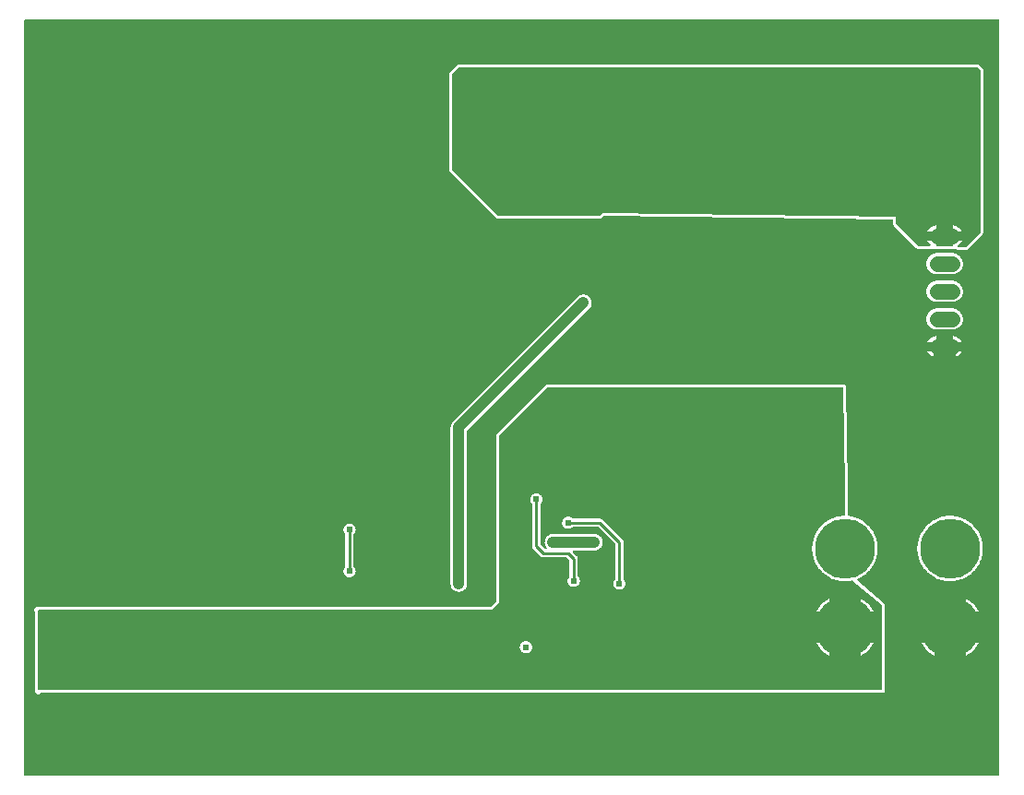
<source format=gbl>
G04 Layer: BottomLayer*
G04 EasyEDA v6.4.17, 2021-02-25T19:03:03+01:00*
G04 6c0f4fe36ed64f8eba938430e6b1039c,39d5087fc9724a43abff86b671d546b8,10*
G04 Gerber Generator version 0.2*
G04 Scale: 100 percent, Rotated: No, Reflected: No *
G04 Dimensions in millimeters *
G04 leading zeros omitted , absolute positions ,4 integer and 5 decimal *
%FSLAX45Y45*%
%MOMM*%

%ADD10C,0.2540*%
%ADD11C,2.0000*%
%ADD12C,1.0000*%
%ADD16C,0.6096*%
%ADD24C,5.4991*%
%ADD25C,1.4224*%

%LPD*%
G36*
X35814Y-6974331D02*
G01*
X32969Y-6973925D01*
X30327Y-6972757D01*
X28143Y-6970826D01*
X26568Y-6968388D01*
X25755Y-6965645D01*
X25654Y-35814D01*
X26060Y-32969D01*
X27279Y-30327D01*
X29159Y-28143D01*
X31597Y-26568D01*
X34391Y-25755D01*
X8964168Y-25654D01*
X8967063Y-26060D01*
X8969654Y-27279D01*
X8971838Y-29159D01*
X8972753Y-30327D01*
X8973921Y-32969D01*
X8974328Y-35814D01*
X8974226Y-6965645D01*
X8973413Y-6968388D01*
X8972753Y-6969658D01*
X8970822Y-6971842D01*
X8969654Y-6972757D01*
X8967063Y-6973925D01*
X8964168Y-6974331D01*
G37*

%LPC*%
G36*
X152400Y-6223254D02*
G01*
X154889Y-6223152D01*
X159867Y-6222136D01*
X162204Y-6221323D01*
X166674Y-6218936D01*
X170535Y-6215735D01*
X173939Y-6212484D01*
X176784Y-6211062D01*
X178358Y-6210655D01*
X7901787Y-6210452D01*
X7906410Y-6209588D01*
X7910830Y-6207861D01*
X7914843Y-6205372D01*
X7918348Y-6202172D01*
X7921193Y-6198412D01*
X7923326Y-6194145D01*
X7924088Y-6191910D01*
X7924952Y-6187287D01*
X7925053Y-5410200D01*
X7924596Y-5405272D01*
X7923174Y-5400598D01*
X7922158Y-5398312D01*
X7919466Y-5394198D01*
X7916011Y-5390692D01*
X7667701Y-5178958D01*
X7666075Y-5176520D01*
X7665262Y-5173726D01*
X7665262Y-5170779D01*
X7665567Y-5169306D01*
X7666888Y-5166614D01*
X7668869Y-5164429D01*
X7671409Y-5162854D01*
X7685836Y-5156454D01*
X7699857Y-5149342D01*
X7713472Y-5141468D01*
X7726680Y-5132882D01*
X7739430Y-5123637D01*
X7751673Y-5113731D01*
X7763357Y-5103215D01*
X7774482Y-5092090D01*
X7785049Y-5080406D01*
X7794955Y-5068163D01*
X7804200Y-5055412D01*
X7812786Y-5042204D01*
X7820659Y-5028590D01*
X7827822Y-5014569D01*
X7834223Y-5000193D01*
X7839862Y-4985461D01*
X7844739Y-4970526D01*
X7848803Y-4955286D01*
X7852054Y-4939893D01*
X7853425Y-4932172D01*
X7855458Y-4916525D01*
X7856677Y-4900828D01*
X7857134Y-4885131D01*
X7856981Y-4877155D01*
X7856169Y-4861255D01*
X7854492Y-4845456D01*
X7851952Y-4829759D01*
X7848600Y-4814214D01*
X7846669Y-4806492D01*
X7842097Y-4791252D01*
X7836712Y-4776266D01*
X7830566Y-4761585D01*
X7823657Y-4747260D01*
X7815986Y-4733340D01*
X7807604Y-4719828D01*
X7798511Y-4706772D01*
X7788757Y-4694224D01*
X7783626Y-4688128D01*
X7772857Y-4676394D01*
X7761528Y-4665268D01*
X7749590Y-4654702D01*
X7737144Y-4644847D01*
X7724190Y-4635601D01*
X7710779Y-4627118D01*
X7696911Y-4619294D01*
X7682636Y-4612233D01*
X7668006Y-4605934D01*
X7653121Y-4600448D01*
X7637932Y-4595723D01*
X7622489Y-4591812D01*
X7606893Y-4588764D01*
X7589672Y-4586224D01*
X7586980Y-4585055D01*
X7584744Y-4583176D01*
X7583119Y-4580686D01*
X7582560Y-4579315D01*
X7582153Y-4576419D01*
X7582153Y-4330344D01*
X7569301Y-3400907D01*
X7568387Y-3396284D01*
X7566659Y-3391966D01*
X7564170Y-3387953D01*
X7560970Y-3384550D01*
X7557211Y-3381705D01*
X7552994Y-3379673D01*
X7548473Y-3378352D01*
X7543800Y-3377946D01*
X4823510Y-3378047D01*
X4818532Y-3379063D01*
X4816195Y-3379876D01*
X4811725Y-3382264D01*
X4807864Y-3385464D01*
X4363364Y-3829964D01*
X4360164Y-3833825D01*
X4357776Y-3838295D01*
X4356354Y-3843070D01*
X4355947Y-3845610D01*
X4355744Y-5371541D01*
X4354728Y-5374589D01*
X4353915Y-5375960D01*
X4309160Y-5420715D01*
X4306316Y-5422138D01*
X4304741Y-5422544D01*
X137312Y-5422747D01*
X132689Y-5423611D01*
X128270Y-5425338D01*
X124256Y-5427827D01*
X120751Y-5431028D01*
X117906Y-5434787D01*
X115773Y-5439054D01*
X115011Y-5441289D01*
X114147Y-5445912D01*
X114147Y-5450789D01*
X115163Y-5455767D01*
X115976Y-5458104D01*
X118364Y-5462574D01*
X121564Y-5466435D01*
X124815Y-5469839D01*
X126237Y-5472684D01*
X126644Y-5474258D01*
X126847Y-6199987D01*
X127711Y-6204610D01*
X129438Y-6209030D01*
X131927Y-6213043D01*
X135128Y-6216548D01*
X138887Y-6219393D01*
X143154Y-6221526D01*
X145389Y-6222288D01*
X150012Y-6223152D01*
G37*
G36*
X8377885Y-5869076D02*
G01*
X8377885Y-5748934D01*
X8257743Y-5748934D01*
X8265566Y-5762447D01*
X8274100Y-5775604D01*
X8283346Y-5788253D01*
X8293201Y-5800394D01*
X8303666Y-5812028D01*
X8314740Y-5823102D01*
X8326374Y-5833618D01*
X8338566Y-5843473D01*
X8351215Y-5852668D01*
X8364321Y-5861202D01*
G37*
G36*
X8665514Y-5869076D02*
G01*
X8679078Y-5861202D01*
X8692184Y-5852668D01*
X8704834Y-5843473D01*
X8717026Y-5833618D01*
X8728659Y-5823102D01*
X8739733Y-5812028D01*
X8750198Y-5800394D01*
X8760053Y-5788253D01*
X8769299Y-5775604D01*
X8777833Y-5762447D01*
X8785656Y-5748934D01*
X8665514Y-5748934D01*
G37*
G36*
X8257743Y-5461254D02*
G01*
X8377885Y-5461254D01*
X8377885Y-5341112D01*
X8364321Y-5348986D01*
X8351215Y-5357520D01*
X8338566Y-5366715D01*
X8326374Y-5376570D01*
X8314740Y-5387086D01*
X8303666Y-5398160D01*
X8293201Y-5409793D01*
X8283346Y-5421934D01*
X8274100Y-5434584D01*
X8265566Y-5447741D01*
G37*
G36*
X8665514Y-5461254D02*
G01*
X8785656Y-5461254D01*
X8777833Y-5447741D01*
X8769299Y-5434584D01*
X8760053Y-5421934D01*
X8750198Y-5409793D01*
X8739733Y-5398160D01*
X8728659Y-5387086D01*
X8717026Y-5376570D01*
X8704834Y-5366715D01*
X8692184Y-5357520D01*
X8679078Y-5348986D01*
X8665514Y-5341112D01*
G37*
G36*
X4013200Y-5282641D02*
G01*
X4021124Y-5282234D01*
X4028948Y-5281015D01*
X4036568Y-5278932D01*
X4043984Y-5276088D01*
X4051046Y-5272532D01*
X4057650Y-5268214D01*
X4063847Y-5263235D01*
X4069435Y-5257647D01*
X4074414Y-5251450D01*
X4078732Y-5244846D01*
X4082287Y-5237784D01*
X4085132Y-5230368D01*
X4087215Y-5222748D01*
X4088434Y-5214924D01*
X4088841Y-5207000D01*
X4088841Y-3807460D01*
X4089349Y-3804310D01*
X4090771Y-3801465D01*
X5212435Y-2679547D01*
X5217414Y-2673350D01*
X5221732Y-2666746D01*
X5225288Y-2659684D01*
X5228132Y-2652268D01*
X5230215Y-2644648D01*
X5231434Y-2636824D01*
X5231841Y-2628900D01*
X5231434Y-2620975D01*
X5230215Y-2613152D01*
X5228132Y-2605532D01*
X5225288Y-2598115D01*
X5221732Y-2591054D01*
X5217414Y-2584450D01*
X5212435Y-2578252D01*
X5206847Y-2572664D01*
X5200650Y-2567686D01*
X5194046Y-2563368D01*
X5186984Y-2559812D01*
X5179568Y-2556967D01*
X5171948Y-2554884D01*
X5164124Y-2553665D01*
X5156200Y-2553258D01*
X5148275Y-2553665D01*
X5140452Y-2554884D01*
X5132832Y-2556967D01*
X5125415Y-2559812D01*
X5118354Y-2563368D01*
X5111750Y-2567686D01*
X5105552Y-2572664D01*
X3956964Y-3721252D01*
X3951986Y-3727450D01*
X3947668Y-3734054D01*
X3944112Y-3741115D01*
X3941267Y-3748532D01*
X3939184Y-3756151D01*
X3937965Y-3763975D01*
X3937558Y-3771900D01*
X3937660Y-5210962D01*
X3938473Y-5218836D01*
X3940098Y-5226558D01*
X3942587Y-5234127D01*
X3945788Y-5241340D01*
X3949750Y-5248198D01*
X3954424Y-5254599D01*
X3956964Y-5257647D01*
X3962552Y-5263235D01*
X3968750Y-5268214D01*
X3975354Y-5272532D01*
X3982415Y-5276088D01*
X3989832Y-5278932D01*
X3997451Y-5281015D01*
X4005275Y-5282234D01*
G37*
G36*
X8521700Y-5185714D02*
G01*
X8537448Y-5185308D01*
X8553145Y-5184089D01*
X8568740Y-5182006D01*
X8584184Y-5179161D01*
X8599525Y-5175453D01*
X8614613Y-5170982D01*
X8629446Y-5165750D01*
X8636762Y-5162854D01*
X8651138Y-5156454D01*
X8665159Y-5149291D01*
X8678773Y-5141417D01*
X8691981Y-5132832D01*
X8704681Y-5123586D01*
X8716924Y-5113680D01*
X8728608Y-5103164D01*
X8739733Y-5092039D01*
X8750300Y-5080355D01*
X8760206Y-5068112D01*
X8769451Y-5055362D01*
X8777986Y-5042154D01*
X8782050Y-5035397D01*
X8789568Y-5021580D01*
X8796324Y-5007356D01*
X8802319Y-4992827D01*
X8807602Y-4977993D01*
X8812072Y-4962906D01*
X8815730Y-4947615D01*
X8818626Y-4932121D01*
X8820658Y-4916525D01*
X8821877Y-4900828D01*
X8822334Y-4885131D01*
X8821877Y-4869383D01*
X8820658Y-4853686D01*
X8818626Y-4838090D01*
X8815730Y-4822596D01*
X8812072Y-4807305D01*
X8807602Y-4792218D01*
X8802319Y-4777384D01*
X8796324Y-4762855D01*
X8789568Y-4748631D01*
X8782050Y-4734814D01*
X8773820Y-4721402D01*
X8764879Y-4708398D01*
X8755329Y-4695901D01*
X8745118Y-4683963D01*
X8734247Y-4672533D01*
X8722868Y-4661712D01*
X8710879Y-4651502D01*
X8698382Y-4641900D01*
X8685428Y-4633010D01*
X8672017Y-4624781D01*
X8658148Y-4617262D01*
X8651138Y-4613757D01*
X8636762Y-4607356D01*
X8622030Y-4601718D01*
X8607094Y-4596892D01*
X8591854Y-4592828D01*
X8584184Y-4591050D01*
X8568740Y-4588205D01*
X8553145Y-4586122D01*
X8537448Y-4584903D01*
X8521700Y-4584496D01*
X8505952Y-4584903D01*
X8490254Y-4586122D01*
X8474659Y-4588205D01*
X8459216Y-4591050D01*
X8443874Y-4594758D01*
X8428786Y-4599228D01*
X8413953Y-4604461D01*
X8406638Y-4607356D01*
X8392261Y-4613757D01*
X8378240Y-4620920D01*
X8364626Y-4628794D01*
X8351418Y-4637379D01*
X8338718Y-4646625D01*
X8326475Y-4656531D01*
X8314791Y-4667046D01*
X8303666Y-4678172D01*
X8293100Y-4689856D01*
X8283194Y-4702098D01*
X8273948Y-4714849D01*
X8265414Y-4728057D01*
X8261350Y-4734814D01*
X8253831Y-4748631D01*
X8247075Y-4762855D01*
X8241080Y-4777384D01*
X8235797Y-4792218D01*
X8231327Y-4807305D01*
X8227669Y-4822596D01*
X8224774Y-4838090D01*
X8222742Y-4853686D01*
X8221522Y-4869383D01*
X8221116Y-4885131D01*
X8221522Y-4900828D01*
X8222742Y-4916525D01*
X8224774Y-4932121D01*
X8227669Y-4947615D01*
X8231327Y-4962906D01*
X8235797Y-4977993D01*
X8241080Y-4992827D01*
X8247075Y-5007356D01*
X8253831Y-5021580D01*
X8261350Y-5035397D01*
X8269579Y-5048808D01*
X8278520Y-5061813D01*
X8288070Y-5074310D01*
X8298281Y-5086248D01*
X8309152Y-5097678D01*
X8320531Y-5108498D01*
X8332520Y-5118709D01*
X8345017Y-5128310D01*
X8357971Y-5137200D01*
X8371382Y-5145430D01*
X8385251Y-5152948D01*
X8392261Y-5156454D01*
X8406638Y-5162854D01*
X8421370Y-5168493D01*
X8436305Y-5173319D01*
X8451545Y-5177383D01*
X8459216Y-5179161D01*
X8474659Y-5182006D01*
X8490254Y-5184089D01*
X8505952Y-5185308D01*
G37*
G36*
X3009900Y-5148834D02*
G01*
X3016656Y-5148427D01*
X3023311Y-5147208D01*
X3029813Y-5145176D01*
X3032963Y-5143906D01*
X3038957Y-5140756D01*
X3044494Y-5136896D01*
X3049574Y-5132374D01*
X3054096Y-5127294D01*
X3057956Y-5121757D01*
X3061106Y-5115763D01*
X3063494Y-5109413D01*
X3065119Y-5102809D01*
X3065932Y-5096103D01*
X3065932Y-5089194D01*
X3065068Y-5082235D01*
X3063341Y-5075428D01*
X3060750Y-5068925D01*
X3057398Y-5062778D01*
X3053283Y-5057089D01*
X3050032Y-5053279D01*
X3048711Y-5050536D01*
X3048355Y-5049062D01*
X3048355Y-4755337D01*
X3049270Y-4752441D01*
X3050997Y-4749952D01*
X3055416Y-4744516D01*
X3059176Y-4738624D01*
X3062122Y-4732274D01*
X3063341Y-4728972D01*
X3065068Y-4722164D01*
X3065932Y-4715205D01*
X3065932Y-4708296D01*
X3065119Y-4701590D01*
X3063494Y-4694986D01*
X3061106Y-4688636D01*
X3057956Y-4682642D01*
X3054096Y-4677105D01*
X3049574Y-4672025D01*
X3044494Y-4667504D01*
X3038957Y-4663643D01*
X3032963Y-4660493D01*
X3026613Y-4658106D01*
X3020009Y-4656480D01*
X3013303Y-4655667D01*
X3006496Y-4655667D01*
X2999790Y-4656480D01*
X2993186Y-4658106D01*
X2986836Y-4660493D01*
X2980842Y-4663643D01*
X2975305Y-4667504D01*
X2970225Y-4672025D01*
X2965704Y-4677105D01*
X2961843Y-4682642D01*
X2958693Y-4688636D01*
X2956306Y-4694986D01*
X2954680Y-4701590D01*
X2953867Y-4708296D01*
X2953867Y-4715205D01*
X2954731Y-4722164D01*
X2956458Y-4728972D01*
X2959049Y-4735474D01*
X2962402Y-4741621D01*
X2966516Y-4747310D01*
X2969768Y-4751120D01*
X2971088Y-4753864D01*
X2971444Y-4755337D01*
X2971444Y-5049062D01*
X2970530Y-5051958D01*
X2968802Y-5054447D01*
X2964383Y-5059883D01*
X2960624Y-5065776D01*
X2957677Y-5072126D01*
X2956458Y-5075428D01*
X2954731Y-5082235D01*
X2953867Y-5089194D01*
X2953867Y-5096103D01*
X2954680Y-5102809D01*
X2956306Y-5109413D01*
X2958693Y-5115763D01*
X2961843Y-5121757D01*
X2965704Y-5127294D01*
X2970225Y-5132374D01*
X2975305Y-5136896D01*
X2980842Y-5140756D01*
X2986836Y-5143906D01*
X2993186Y-5146294D01*
X2999790Y-5147919D01*
X3006496Y-5148732D01*
G37*
G36*
X8393430Y-3127146D02*
G01*
X8393430Y-3072536D01*
X8312556Y-3072536D01*
X8316772Y-3080359D01*
X8321700Y-3087776D01*
X8327237Y-3094685D01*
X8333435Y-3101086D01*
X8340191Y-3106877D01*
X8347456Y-3112008D01*
X8355126Y-3116478D01*
X8363203Y-3120186D01*
X8367369Y-3121812D01*
X8375903Y-3124352D01*
X8384590Y-3126181D01*
G37*
G36*
X8548370Y-3127146D02*
G01*
X8557209Y-3126181D01*
X8565896Y-3124352D01*
X8574430Y-3121812D01*
X8582660Y-3118408D01*
X8590534Y-3114344D01*
X8598052Y-3109518D01*
X8605062Y-3104032D01*
X8611514Y-3097936D01*
X8617407Y-3091281D01*
X8622639Y-3084118D01*
X8627211Y-3076498D01*
X8629243Y-3072536D01*
X8548370Y-3072536D01*
G37*
G36*
X8312556Y-2988716D02*
G01*
X8393430Y-2988716D01*
X8393430Y-2934055D01*
X8384590Y-2935020D01*
X8375903Y-2936849D01*
X8367369Y-2939389D01*
X8359140Y-2942793D01*
X8351266Y-2946857D01*
X8343747Y-2951683D01*
X8336737Y-2957169D01*
X8330285Y-2963265D01*
X8324392Y-2969920D01*
X8319160Y-2977083D01*
X8314588Y-2984703D01*
G37*
G36*
X8548370Y-2988716D02*
G01*
X8629243Y-2988716D01*
X8625027Y-2980842D01*
X8620099Y-2973425D01*
X8614562Y-2966516D01*
X8608364Y-2960116D01*
X8601608Y-2954324D01*
X8594344Y-2949194D01*
X8586673Y-2944723D01*
X8578596Y-2941015D01*
X8574430Y-2939389D01*
X8565896Y-2936849D01*
X8557209Y-2935020D01*
X8548370Y-2934055D01*
G37*
G36*
X8399780Y-2873400D02*
G01*
X8542020Y-2873400D01*
X8550960Y-2872943D01*
X8559800Y-2871724D01*
X8568486Y-2869692D01*
X8576970Y-2866847D01*
X8585149Y-2863240D01*
X8592972Y-2858871D01*
X8600338Y-2853842D01*
X8607196Y-2848102D01*
X8613546Y-2841802D01*
X8619236Y-2834944D01*
X8624316Y-2827528D01*
X8628634Y-2819755D01*
X8632240Y-2811576D01*
X8635085Y-2803093D01*
X8637168Y-2794406D01*
X8638387Y-2785516D01*
X8638794Y-2776626D01*
X8638387Y-2767685D01*
X8637168Y-2758795D01*
X8635085Y-2750108D01*
X8632240Y-2741625D01*
X8628634Y-2733446D01*
X8624316Y-2725674D01*
X8619236Y-2718257D01*
X8613546Y-2711399D01*
X8607196Y-2705100D01*
X8600338Y-2699359D01*
X8592972Y-2694330D01*
X8585149Y-2689961D01*
X8576970Y-2686354D01*
X8568486Y-2683510D01*
X8559800Y-2681478D01*
X8550960Y-2680258D01*
X8542020Y-2679852D01*
X8395309Y-2679954D01*
X8386419Y-2680766D01*
X8377631Y-2682392D01*
X8369046Y-2684830D01*
X8360714Y-2688082D01*
X8352688Y-2692044D01*
X8345068Y-2696768D01*
X8337956Y-2702153D01*
X8331352Y-2708148D01*
X8325307Y-2714752D01*
X8319922Y-2721914D01*
X8315248Y-2729534D01*
X8311235Y-2737510D01*
X8308035Y-2745841D01*
X8305596Y-2754426D01*
X8304631Y-2758795D01*
X8303412Y-2767685D01*
X8303006Y-2776626D01*
X8303412Y-2785516D01*
X8304631Y-2794406D01*
X8306714Y-2803093D01*
X8309559Y-2811576D01*
X8313166Y-2819755D01*
X8317484Y-2827528D01*
X8322564Y-2834944D01*
X8328253Y-2841802D01*
X8334603Y-2848102D01*
X8341461Y-2853842D01*
X8348827Y-2858871D01*
X8356650Y-2863240D01*
X8364829Y-2866847D01*
X8373313Y-2869692D01*
X8382000Y-2871724D01*
X8390839Y-2872943D01*
G37*
G36*
X8399780Y-2619400D02*
G01*
X8542020Y-2619400D01*
X8550960Y-2618943D01*
X8559800Y-2617724D01*
X8568486Y-2615692D01*
X8576970Y-2612847D01*
X8585149Y-2609240D01*
X8592972Y-2604871D01*
X8600338Y-2599842D01*
X8607196Y-2594102D01*
X8613546Y-2587802D01*
X8619236Y-2580944D01*
X8624316Y-2573528D01*
X8628634Y-2565755D01*
X8632240Y-2557576D01*
X8635085Y-2549093D01*
X8637168Y-2540406D01*
X8638387Y-2531516D01*
X8638794Y-2522626D01*
X8638387Y-2513685D01*
X8637168Y-2504795D01*
X8635085Y-2496108D01*
X8632240Y-2487625D01*
X8628634Y-2479446D01*
X8624316Y-2471674D01*
X8619236Y-2464257D01*
X8613546Y-2457399D01*
X8607196Y-2451100D01*
X8600338Y-2445359D01*
X8592972Y-2440330D01*
X8585149Y-2435961D01*
X8576970Y-2432354D01*
X8568486Y-2429510D01*
X8559800Y-2427478D01*
X8550960Y-2426258D01*
X8542020Y-2425852D01*
X8395309Y-2425954D01*
X8386419Y-2426766D01*
X8377631Y-2428392D01*
X8369046Y-2430830D01*
X8360714Y-2434082D01*
X8352688Y-2438044D01*
X8345068Y-2442768D01*
X8337956Y-2448153D01*
X8331352Y-2454148D01*
X8325307Y-2460752D01*
X8319922Y-2467914D01*
X8315248Y-2475534D01*
X8311235Y-2483510D01*
X8308035Y-2491841D01*
X8305596Y-2500426D01*
X8304631Y-2504795D01*
X8303412Y-2513685D01*
X8303006Y-2522626D01*
X8303412Y-2531516D01*
X8304631Y-2540406D01*
X8306714Y-2549093D01*
X8309559Y-2557576D01*
X8313166Y-2565755D01*
X8317484Y-2573528D01*
X8322564Y-2580944D01*
X8328253Y-2587802D01*
X8334603Y-2594102D01*
X8341461Y-2599842D01*
X8348827Y-2604871D01*
X8356650Y-2609240D01*
X8364829Y-2612847D01*
X8373313Y-2615692D01*
X8382000Y-2617724D01*
X8390839Y-2618943D01*
G37*
G36*
X8399780Y-2365400D02*
G01*
X8542020Y-2365400D01*
X8550960Y-2364943D01*
X8559800Y-2363724D01*
X8568486Y-2361692D01*
X8576970Y-2358847D01*
X8585149Y-2355240D01*
X8592972Y-2350871D01*
X8600338Y-2345842D01*
X8607196Y-2340102D01*
X8613546Y-2333802D01*
X8619236Y-2326944D01*
X8624316Y-2319528D01*
X8628634Y-2311755D01*
X8632240Y-2303576D01*
X8635085Y-2295093D01*
X8637168Y-2286406D01*
X8638387Y-2277516D01*
X8638794Y-2268626D01*
X8638387Y-2259685D01*
X8637168Y-2250795D01*
X8635085Y-2242108D01*
X8632240Y-2233625D01*
X8628634Y-2225446D01*
X8624316Y-2217674D01*
X8619236Y-2210257D01*
X8613546Y-2203399D01*
X8607196Y-2197100D01*
X8600338Y-2191359D01*
X8592972Y-2186330D01*
X8585149Y-2181961D01*
X8576970Y-2178354D01*
X8568486Y-2175510D01*
X8559800Y-2173478D01*
X8550960Y-2172258D01*
X8542020Y-2171852D01*
X8395309Y-2171954D01*
X8386419Y-2172766D01*
X8377631Y-2174392D01*
X8369046Y-2176830D01*
X8360714Y-2180082D01*
X8352688Y-2184044D01*
X8345068Y-2188768D01*
X8337956Y-2194153D01*
X8331352Y-2200148D01*
X8325307Y-2206752D01*
X8319922Y-2213914D01*
X8315248Y-2221534D01*
X8311235Y-2229510D01*
X8308035Y-2237841D01*
X8305596Y-2246426D01*
X8304631Y-2250795D01*
X8303412Y-2259685D01*
X8303006Y-2268626D01*
X8303412Y-2277516D01*
X8304631Y-2286406D01*
X8306714Y-2295093D01*
X8309559Y-2303576D01*
X8313166Y-2311755D01*
X8317484Y-2319528D01*
X8322564Y-2326944D01*
X8328253Y-2333802D01*
X8334603Y-2340102D01*
X8341461Y-2345842D01*
X8348827Y-2350871D01*
X8356650Y-2355240D01*
X8364829Y-2358847D01*
X8373313Y-2361692D01*
X8382000Y-2363724D01*
X8390839Y-2364943D01*
G37*
G36*
X8597900Y-2146554D02*
G01*
X8663889Y-2146452D01*
X8668867Y-2145436D01*
X8671204Y-2144623D01*
X8675674Y-2142236D01*
X8679535Y-2139035D01*
X8819235Y-1999335D01*
X8822436Y-1995474D01*
X8824823Y-1991004D01*
X8826246Y-1986229D01*
X8826652Y-1983689D01*
X8826652Y-492810D01*
X8825636Y-487832D01*
X8824823Y-485495D01*
X8822436Y-481025D01*
X8819235Y-477164D01*
X8793835Y-451764D01*
X8789974Y-448564D01*
X8785504Y-446176D01*
X8780729Y-444754D01*
X8778189Y-444347D01*
X4010710Y-444347D01*
X4005732Y-445363D01*
X4003395Y-446176D01*
X3998925Y-448564D01*
X3995064Y-451764D01*
X3931564Y-515264D01*
X3928364Y-519125D01*
X3925976Y-523595D01*
X3924554Y-528370D01*
X3924147Y-530910D01*
X3924147Y-1412189D01*
X3925163Y-1417167D01*
X3925976Y-1419504D01*
X3928364Y-1423974D01*
X3931564Y-1427835D01*
X4350664Y-1846935D01*
X4354525Y-1850136D01*
X4358995Y-1852523D01*
X4363770Y-1853946D01*
X4366310Y-1854352D01*
X5311089Y-1854352D01*
X5316067Y-1853336D01*
X5318404Y-1852523D01*
X5322874Y-1850136D01*
X5326735Y-1846935D01*
X5341467Y-1832203D01*
X5344007Y-1830374D01*
X5347055Y-1829358D01*
X7990738Y-1863242D01*
X7993532Y-1863699D01*
X7996174Y-1864918D01*
X7998307Y-1866798D01*
X7999831Y-1869236D01*
X8000644Y-1871980D01*
X8000847Y-1907489D01*
X8001863Y-1912467D01*
X8002676Y-1914804D01*
X8005064Y-1919274D01*
X8008264Y-1923135D01*
X8211464Y-2126335D01*
X8215325Y-2129536D01*
X8219795Y-2131923D01*
X8224570Y-2133346D01*
X8227110Y-2133752D01*
X8571941Y-2133955D01*
X8574989Y-2134971D01*
X8576360Y-2135784D01*
X8579764Y-2139035D01*
X8583625Y-2142236D01*
X8588095Y-2144623D01*
X8592870Y-2146046D01*
X8595410Y-2146452D01*
G37*

%LPD*%
G36*
X8602116Y-2120900D02*
G01*
X8600541Y-2120798D01*
X8597493Y-2119782D01*
X8596122Y-2118969D01*
X8590229Y-2113229D01*
X8588400Y-2110689D01*
X8587384Y-2107641D01*
X8587384Y-2104593D01*
X8587689Y-2103120D01*
X8588959Y-2100427D01*
X8590940Y-2098243D01*
X8596071Y-2094839D01*
X8603538Y-2089302D01*
X8607094Y-2086254D01*
X8613698Y-2079650D01*
X8619591Y-2072436D01*
X8624824Y-2064715D01*
X8629243Y-2056536D01*
X8548370Y-2056536D01*
X8548268Y-2099462D01*
X8547455Y-2102256D01*
X8545880Y-2104694D01*
X8543696Y-2106574D01*
X8541054Y-2107793D01*
X8538210Y-2108200D01*
X8402167Y-2108098D01*
X8399373Y-2107285D01*
X8396935Y-2105710D01*
X8395055Y-2103526D01*
X8393836Y-2100884D01*
X8393430Y-2098040D01*
X8393430Y-2056536D01*
X8312556Y-2056536D01*
X8317128Y-2064969D01*
X8319719Y-2068982D01*
X8325561Y-2076653D01*
X8328710Y-2080310D01*
X8335568Y-2087016D01*
X8340344Y-2091131D01*
X8342071Y-2093620D01*
X8342630Y-2095042D01*
X8343036Y-2098040D01*
X8342630Y-2100884D01*
X8341461Y-2103526D01*
X8339531Y-2105710D01*
X8337143Y-2107285D01*
X8334349Y-2108098D01*
X8232241Y-2108098D01*
X8229193Y-2107082D01*
X8227822Y-2106269D01*
X8028330Y-1906778D01*
X8026908Y-1903933D01*
X8026501Y-1902358D01*
X8026400Y-1838045D01*
X5334000Y-1803400D01*
X5310378Y-1826869D01*
X5307533Y-1828292D01*
X5305958Y-1828698D01*
X4371441Y-1828698D01*
X4368393Y-1827682D01*
X4367022Y-1826869D01*
X3951630Y-1411478D01*
X3950208Y-1408633D01*
X3949801Y-1407058D01*
X3949801Y-536041D01*
X3950817Y-532993D01*
X3951630Y-531622D01*
X4011422Y-471830D01*
X4014266Y-470408D01*
X4015841Y-470001D01*
X8773058Y-470001D01*
X8776106Y-471017D01*
X8777478Y-471830D01*
X8799169Y-493522D01*
X8800592Y-496366D01*
X8800998Y-497941D01*
X8800998Y-1978558D01*
X8799982Y-1981606D01*
X8799169Y-1982978D01*
X8663178Y-2118969D01*
X8660333Y-2120392D01*
X8658758Y-2120798D01*
G37*

%LPC*%
G36*
X8312556Y-1972716D02*
G01*
X8393430Y-1972716D01*
X8393430Y-1918055D01*
X8384590Y-1919020D01*
X8375903Y-1920849D01*
X8367369Y-1923389D01*
X8359140Y-1926793D01*
X8351266Y-1930857D01*
X8343747Y-1935683D01*
X8336737Y-1941169D01*
X8330285Y-1947265D01*
X8324392Y-1953920D01*
X8319160Y-1961083D01*
X8314588Y-1968703D01*
G37*
G36*
X8548370Y-1972716D02*
G01*
X8629243Y-1972716D01*
X8625027Y-1964842D01*
X8620099Y-1957425D01*
X8614562Y-1950516D01*
X8608364Y-1944116D01*
X8601608Y-1938324D01*
X8594344Y-1933193D01*
X8586673Y-1928723D01*
X8578596Y-1925015D01*
X8574430Y-1923389D01*
X8565896Y-1920849D01*
X8557209Y-1919020D01*
X8548370Y-1918055D01*
G37*

%LPD*%
G36*
X162560Y-6185204D02*
G01*
X159715Y-6184798D01*
X157073Y-6183630D01*
X154889Y-6181699D01*
X153314Y-6179261D01*
X152501Y-6176518D01*
X152400Y-5461000D01*
X152095Y-5458460D01*
X152501Y-5455615D01*
X153670Y-5452973D01*
X155600Y-5450789D01*
X158038Y-5449214D01*
X160782Y-5448401D01*
X4318000Y-5448300D01*
X4381500Y-5384800D01*
X4381601Y-3850741D01*
X4382617Y-3847693D01*
X4383430Y-3846322D01*
X4824222Y-3405530D01*
X4827066Y-3404108D01*
X4828641Y-3403701D01*
X7533792Y-3403600D01*
X7536637Y-3404006D01*
X7539228Y-3405174D01*
X7541412Y-3407054D01*
X7542987Y-3409442D01*
X7543800Y-3412185D01*
X7543952Y-3413607D01*
X7556500Y-4330649D01*
X7556398Y-4576064D01*
X7556042Y-4577588D01*
X7554620Y-4580382D01*
X7552486Y-4582617D01*
X7549743Y-4584090D01*
X7546695Y-4584649D01*
X7531049Y-4585563D01*
X7515453Y-4587290D01*
X7507681Y-4588459D01*
X7492288Y-4591405D01*
X7477099Y-4595164D01*
X7462113Y-4599686D01*
X7447330Y-4605020D01*
X7432903Y-4611065D01*
X7418781Y-4617872D01*
X7405065Y-4625441D01*
X7391704Y-4633671D01*
X7378852Y-4642612D01*
X7366457Y-4652213D01*
X7354570Y-4662424D01*
X7343241Y-4673244D01*
X7332472Y-4684674D01*
X7322362Y-4696612D01*
X7312812Y-4709058D01*
X7303973Y-4722012D01*
X7295845Y-4735372D01*
X7288377Y-4749190D01*
X7281672Y-4763312D01*
X7275677Y-4777790D01*
X7270496Y-4792573D01*
X7266025Y-4807610D01*
X7262418Y-4822850D01*
X7259574Y-4838293D01*
X7257542Y-4853838D01*
X7256322Y-4869434D01*
X7255916Y-4885131D01*
X7256322Y-4900828D01*
X7257542Y-4916525D01*
X7259574Y-4932121D01*
X7262469Y-4947615D01*
X7266127Y-4962906D01*
X7270597Y-4977993D01*
X7275880Y-4992827D01*
X7281875Y-5007356D01*
X7288631Y-5021580D01*
X7296150Y-5035397D01*
X7304379Y-5048808D01*
X7313320Y-5061813D01*
X7322870Y-5074310D01*
X7333081Y-5086248D01*
X7343952Y-5097678D01*
X7355331Y-5108498D01*
X7367320Y-5118709D01*
X7379817Y-5128310D01*
X7392771Y-5137200D01*
X7406182Y-5145430D01*
X7420051Y-5152948D01*
X7427061Y-5156454D01*
X7441438Y-5162854D01*
X7456170Y-5168493D01*
X7471105Y-5173319D01*
X7486345Y-5177383D01*
X7494016Y-5179161D01*
X7509459Y-5182006D01*
X7525054Y-5184089D01*
X7540752Y-5185308D01*
X7556500Y-5185714D01*
X7572857Y-5185257D01*
X7589113Y-5183936D01*
X7605318Y-5181701D01*
X7621371Y-5178653D01*
X7623556Y-5178399D01*
X7625334Y-5178552D01*
X7627061Y-5179009D01*
X7628686Y-5179771D01*
X7895844Y-5407152D01*
X7897774Y-5409336D01*
X7898993Y-5411978D01*
X7899400Y-5414873D01*
X7899298Y-6176162D01*
X7898485Y-6178956D01*
X7896910Y-6181394D01*
X7894726Y-6183274D01*
X7892084Y-6184493D01*
X7889240Y-6184900D01*
X165100Y-6184900D01*
G37*

%LPC*%
G36*
X7700314Y-5869076D02*
G01*
X7713878Y-5861202D01*
X7726984Y-5852668D01*
X7739634Y-5843473D01*
X7751825Y-5833618D01*
X7763459Y-5823102D01*
X7774533Y-5812028D01*
X7784998Y-5800394D01*
X7794853Y-5788253D01*
X7804099Y-5775604D01*
X7812633Y-5762447D01*
X7820456Y-5748934D01*
X7700314Y-5748934D01*
G37*
G36*
X7412685Y-5869076D02*
G01*
X7412685Y-5748934D01*
X7292543Y-5748934D01*
X7300366Y-5762447D01*
X7308900Y-5775604D01*
X7318146Y-5788253D01*
X7328001Y-5800394D01*
X7338466Y-5812028D01*
X7349540Y-5823102D01*
X7361174Y-5833618D01*
X7373366Y-5843473D01*
X7386015Y-5852668D01*
X7399121Y-5861202D01*
G37*
G36*
X4628540Y-5846368D02*
G01*
X4635296Y-5845962D01*
X4641951Y-5844743D01*
X4648403Y-5842711D01*
X4651552Y-5841441D01*
X4657547Y-5838291D01*
X4663135Y-5834430D01*
X4668215Y-5829909D01*
X4670552Y-5827471D01*
X4674717Y-5822137D01*
X4678222Y-5816295D01*
X4681016Y-5810148D01*
X4682134Y-5806948D01*
X4683709Y-5800344D01*
X4684572Y-5793638D01*
X4684572Y-5786831D01*
X4683709Y-5780125D01*
X4682134Y-5773521D01*
X4679696Y-5767171D01*
X4676546Y-5761177D01*
X4672685Y-5755589D01*
X4668215Y-5750560D01*
X4663135Y-5746038D01*
X4657547Y-5742178D01*
X4651552Y-5739028D01*
X4645202Y-5736640D01*
X4638649Y-5735015D01*
X4631893Y-5734202D01*
X4625136Y-5734202D01*
X4618380Y-5735015D01*
X4611827Y-5736640D01*
X4605477Y-5739028D01*
X4599482Y-5742178D01*
X4593894Y-5746038D01*
X4588814Y-5750560D01*
X4584344Y-5755589D01*
X4580483Y-5761177D01*
X4577334Y-5767171D01*
X4576013Y-5770321D01*
X4574032Y-5776823D01*
X4572812Y-5783478D01*
X4572406Y-5790234D01*
X4572812Y-5796991D01*
X4574032Y-5803646D01*
X4576013Y-5810148D01*
X4578807Y-5816295D01*
X4582312Y-5822137D01*
X4586478Y-5827471D01*
X4591304Y-5832246D01*
X4596638Y-5836412D01*
X4599482Y-5838291D01*
X4605477Y-5841441D01*
X4611827Y-5843828D01*
X4618380Y-5845454D01*
X4625136Y-5846267D01*
G37*
G36*
X7700314Y-5461254D02*
G01*
X7820456Y-5461254D01*
X7812633Y-5447741D01*
X7804099Y-5434584D01*
X7794853Y-5421934D01*
X7784998Y-5409793D01*
X7774533Y-5398160D01*
X7763459Y-5387086D01*
X7751825Y-5376570D01*
X7739634Y-5366715D01*
X7726984Y-5357520D01*
X7713878Y-5348986D01*
X7700314Y-5341112D01*
G37*
G36*
X7292543Y-5461254D02*
G01*
X7412685Y-5461254D01*
X7412685Y-5341112D01*
X7399121Y-5348986D01*
X7386015Y-5357520D01*
X7373366Y-5366715D01*
X7361174Y-5376570D01*
X7349540Y-5387086D01*
X7338466Y-5398160D01*
X7328001Y-5409793D01*
X7318146Y-5421934D01*
X7308900Y-5434584D01*
X7300366Y-5447741D01*
G37*
G36*
X5486400Y-5263134D02*
G01*
X5493156Y-5262727D01*
X5499811Y-5261508D01*
X5506313Y-5259476D01*
X5509463Y-5258206D01*
X5515457Y-5255056D01*
X5520994Y-5251196D01*
X5526074Y-5246674D01*
X5530596Y-5241594D01*
X5534456Y-5236057D01*
X5537606Y-5230063D01*
X5539994Y-5223713D01*
X5541619Y-5217109D01*
X5542432Y-5210403D01*
X5542432Y-5203494D01*
X5541568Y-5196535D01*
X5539841Y-5189728D01*
X5537250Y-5183225D01*
X5533898Y-5177078D01*
X5529783Y-5171389D01*
X5526532Y-5167579D01*
X5525211Y-5164836D01*
X5524855Y-5163362D01*
X5524754Y-4826000D01*
X5524296Y-4820005D01*
X5522874Y-4814163D01*
X5521858Y-4811318D01*
X5519115Y-4805984D01*
X5517438Y-4803444D01*
X5513527Y-4798872D01*
X5335727Y-4621072D01*
X5331155Y-4617161D01*
X5326024Y-4614011D01*
X5323281Y-4612741D01*
X5317540Y-4610912D01*
X5314594Y-4610303D01*
X5308600Y-4609846D01*
X5060137Y-4609744D01*
X5057241Y-4608830D01*
X5054752Y-4607102D01*
X5049316Y-4602683D01*
X5043424Y-4598924D01*
X5037074Y-4595977D01*
X5033772Y-4594758D01*
X5026964Y-4593031D01*
X5020005Y-4592167D01*
X5013096Y-4592167D01*
X5006390Y-4592980D01*
X4999786Y-4594606D01*
X4993436Y-4596993D01*
X4987442Y-4600143D01*
X4981905Y-4604004D01*
X4976825Y-4608525D01*
X4972304Y-4613605D01*
X4968443Y-4619142D01*
X4965293Y-4625136D01*
X4962906Y-4631486D01*
X4961280Y-4638090D01*
X4960467Y-4644796D01*
X4960467Y-4651603D01*
X4961280Y-4658309D01*
X4962906Y-4664913D01*
X4965293Y-4671263D01*
X4968443Y-4677257D01*
X4972304Y-4682794D01*
X4976825Y-4687874D01*
X4981905Y-4692396D01*
X4987442Y-4696256D01*
X4993436Y-4699406D01*
X4999786Y-4701794D01*
X5006390Y-4703419D01*
X5013096Y-4704232D01*
X5020005Y-4704232D01*
X5026964Y-4703368D01*
X5033772Y-4701641D01*
X5040274Y-4699050D01*
X5046421Y-4695698D01*
X5052110Y-4691583D01*
X5055920Y-4688332D01*
X5058664Y-4687011D01*
X5060137Y-4686655D01*
X5290108Y-4686655D01*
X5293106Y-4687671D01*
X5294477Y-4688484D01*
X5446115Y-4840122D01*
X5447538Y-4842967D01*
X5447944Y-4844491D01*
X5447944Y-5163362D01*
X5447030Y-5166258D01*
X5445302Y-5168747D01*
X5440883Y-5174183D01*
X5437124Y-5180076D01*
X5434177Y-5186426D01*
X5432958Y-5189728D01*
X5431231Y-5196535D01*
X5430367Y-5203494D01*
X5430367Y-5210403D01*
X5431180Y-5217109D01*
X5432806Y-5223713D01*
X5435193Y-5230063D01*
X5438343Y-5236057D01*
X5442204Y-5241594D01*
X5446725Y-5246674D01*
X5451805Y-5251196D01*
X5457342Y-5255056D01*
X5463336Y-5258206D01*
X5469686Y-5260594D01*
X5476290Y-5262219D01*
X5482996Y-5263032D01*
G37*
G36*
X5067300Y-5237734D02*
G01*
X5074056Y-5237327D01*
X5080711Y-5236108D01*
X5087213Y-5234076D01*
X5090363Y-5232806D01*
X5096357Y-5229656D01*
X5101894Y-5225796D01*
X5106974Y-5221274D01*
X5111496Y-5216194D01*
X5115356Y-5210657D01*
X5118506Y-5204663D01*
X5120894Y-5198313D01*
X5122519Y-5191709D01*
X5123332Y-5185003D01*
X5123332Y-5178094D01*
X5122468Y-5171135D01*
X5120741Y-5164328D01*
X5118150Y-5157825D01*
X5114798Y-5151678D01*
X5110683Y-5145989D01*
X5107432Y-5142179D01*
X5106111Y-5139436D01*
X5105755Y-5137962D01*
X5105654Y-4978400D01*
X5105196Y-4972405D01*
X5103774Y-4966563D01*
X5102758Y-4963718D01*
X5100015Y-4958384D01*
X5098338Y-4955844D01*
X5094427Y-4951272D01*
X5062118Y-4919014D01*
X5060289Y-4916424D01*
X5059273Y-4913426D01*
X5059273Y-4910378D01*
X5060086Y-4907584D01*
X5061661Y-4905146D01*
X5063845Y-4903266D01*
X5066436Y-4902047D01*
X5069332Y-4901641D01*
X5261762Y-4901539D01*
X5269636Y-4900726D01*
X5277358Y-4899101D01*
X5284927Y-4896612D01*
X5292140Y-4893411D01*
X5298998Y-4889449D01*
X5305399Y-4884775D01*
X5308447Y-4882235D01*
X5314035Y-4876647D01*
X5319014Y-4870450D01*
X5323332Y-4863846D01*
X5326888Y-4856784D01*
X5329732Y-4849368D01*
X5331815Y-4841748D01*
X5333034Y-4833924D01*
X5333441Y-4826000D01*
X5333034Y-4818075D01*
X5331815Y-4810252D01*
X5329732Y-4802632D01*
X5326888Y-4795215D01*
X5323332Y-4788154D01*
X5319014Y-4781550D01*
X5314035Y-4775352D01*
X5308447Y-4769764D01*
X5302250Y-4764786D01*
X5295646Y-4760468D01*
X5288584Y-4756912D01*
X5281168Y-4754067D01*
X5273548Y-4751984D01*
X5265724Y-4750765D01*
X5257800Y-4750358D01*
X4872837Y-4750460D01*
X4864963Y-4751273D01*
X4857242Y-4752898D01*
X4849672Y-4755388D01*
X4842459Y-4758588D01*
X4835601Y-4762550D01*
X4829200Y-4767224D01*
X4826152Y-4769764D01*
X4820564Y-4775352D01*
X4815586Y-4781550D01*
X4811268Y-4788154D01*
X4807712Y-4795215D01*
X4804867Y-4802632D01*
X4802784Y-4810252D01*
X4801565Y-4818075D01*
X4801158Y-4826000D01*
X4801260Y-4830216D01*
X4802174Y-4838547D01*
X4804054Y-4846777D01*
X4806797Y-4854702D01*
X4810404Y-4862271D01*
X4814874Y-4869434D01*
X4818278Y-4874209D01*
X4818989Y-4875784D01*
X4819396Y-4877409D01*
X4819446Y-4880508D01*
X4818634Y-4883302D01*
X4817059Y-4885740D01*
X4814874Y-4887620D01*
X4812233Y-4888839D01*
X4809388Y-4889246D01*
X4806391Y-4889144D01*
X4803394Y-4888128D01*
X4802022Y-4887315D01*
X4764684Y-4849977D01*
X4763262Y-4847132D01*
X4762855Y-4845608D01*
X4762855Y-4475937D01*
X4763770Y-4473041D01*
X4765497Y-4470552D01*
X4769916Y-4465116D01*
X4773676Y-4459224D01*
X4776622Y-4452874D01*
X4777841Y-4449572D01*
X4779568Y-4442764D01*
X4780432Y-4435805D01*
X4780432Y-4428896D01*
X4779619Y-4422190D01*
X4777994Y-4415586D01*
X4775606Y-4409236D01*
X4772456Y-4403242D01*
X4768596Y-4397705D01*
X4764074Y-4392625D01*
X4758994Y-4388104D01*
X4753457Y-4384243D01*
X4747463Y-4381093D01*
X4741113Y-4378706D01*
X4734509Y-4377080D01*
X4727803Y-4376267D01*
X4720996Y-4376267D01*
X4714290Y-4377080D01*
X4707686Y-4378706D01*
X4701336Y-4381093D01*
X4695342Y-4384243D01*
X4689805Y-4388104D01*
X4684725Y-4392625D01*
X4680204Y-4397705D01*
X4676343Y-4403242D01*
X4673193Y-4409236D01*
X4670806Y-4415586D01*
X4669180Y-4422190D01*
X4668367Y-4428896D01*
X4668367Y-4435805D01*
X4669231Y-4442764D01*
X4670958Y-4449572D01*
X4673549Y-4456074D01*
X4676902Y-4462221D01*
X4681016Y-4467910D01*
X4684268Y-4471720D01*
X4685588Y-4474464D01*
X4685944Y-4475937D01*
X4686046Y-4864100D01*
X4686503Y-4870094D01*
X4687925Y-4875936D01*
X4688941Y-4878781D01*
X4691684Y-4884115D01*
X4693361Y-4886655D01*
X4697272Y-4891227D01*
X4760772Y-4954727D01*
X4765344Y-4958638D01*
X4770475Y-4961788D01*
X4773218Y-4963058D01*
X4778959Y-4964887D01*
X4781905Y-4965496D01*
X4787900Y-4965954D01*
X4998008Y-4966055D01*
X5001006Y-4967071D01*
X5002377Y-4967884D01*
X5027015Y-4992522D01*
X5028438Y-4995367D01*
X5028844Y-4996891D01*
X5028844Y-5137962D01*
X5027930Y-5140858D01*
X5026202Y-5143347D01*
X5021783Y-5148783D01*
X5018024Y-5154676D01*
X5015077Y-5161026D01*
X5013858Y-5164328D01*
X5012131Y-5171135D01*
X5011267Y-5178094D01*
X5011267Y-5185003D01*
X5012080Y-5191709D01*
X5013706Y-5198313D01*
X5016093Y-5204663D01*
X5019243Y-5210657D01*
X5023104Y-5216194D01*
X5027625Y-5221274D01*
X5032705Y-5225796D01*
X5038242Y-5229656D01*
X5044236Y-5232806D01*
X5050586Y-5235194D01*
X5057190Y-5236819D01*
X5063896Y-5237632D01*
G37*

%LPD*%
D10*
X3009900Y-5092700D02*
G01*
X3009900Y-4711700D01*
X5016500Y-4648200D02*
G01*
X5308600Y-4648200D01*
X5486400Y-4826000D01*
X5486400Y-4826000D02*
G01*
X5486400Y-5207000D01*
X4508500Y-5461000D02*
G01*
X5524500Y-5461000D01*
X5626100Y-5359400D01*
X5626100Y-5359400D02*
G01*
X5626100Y-3670300D01*
D11*
X4203700Y-5207000D02*
G01*
X4203700Y-4648200D01*
D12*
X4876800Y-4826000D02*
G01*
X5257800Y-4826000D01*
D10*
X5067300Y-5181600D02*
G01*
X5067300Y-4978400D01*
X5016500Y-4927600D01*
X4787900Y-4927600D01*
X4724400Y-4864100D01*
X4724400Y-4432300D01*
D12*
X4013200Y-5207000D02*
G01*
X4013200Y-3771900D01*
X5156200Y-2628900D01*
D11*
X8521700Y-5605018D02*
G01*
X8089900Y-5173218D01*
X8089900Y-4258818D01*
X8474709Y-3874007D01*
X8474709Y-3031236D01*
D24*
G01*
X8521700Y-5605094D03*
G01*
X8521700Y-4885105D03*
G01*
X7556500Y-5605094D03*
G01*
X7556500Y-4885105D03*
D16*
G01*
X3369183Y-1772869D03*
G01*
X3356483Y-2684271D03*
G01*
X3356483Y-3550869D03*
G01*
X3535603Y-4568139D03*
G01*
X4628515Y-5790234D03*
G01*
X4648200Y-6299200D03*
G01*
X8470900Y-1384300D03*
G01*
X8078800Y-992200D03*
G01*
X6415100Y-812800D03*
G01*
X6017412Y-1004900D03*
G01*
X4339615Y-706831D03*
G01*
X4813300Y-1612900D03*
G01*
X6800138Y-5005400D03*
G01*
X4102100Y-5602300D03*
G01*
X1485900Y-5602300D03*
G01*
X6234099Y-4560849D03*
G01*
X6819900Y-3721100D03*
G01*
X5156200Y-2628900D03*
G01*
X4013200Y-5207000D03*
G01*
X4724400Y-4432300D03*
G01*
X5067300Y-5181600D03*
G01*
X5626100Y-3670300D03*
G01*
X5626100Y-5359400D03*
G01*
X4508500Y-5461000D03*
G01*
X5486400Y-5207000D03*
G01*
X5016500Y-4648200D03*
G01*
X4876800Y-4826000D03*
G01*
X5257800Y-4826000D03*
G01*
X3009900Y-5092700D03*
G01*
X3009900Y-4711700D03*
G01*
X4203700Y-5207000D03*
G01*
X4203700Y-4648200D03*
D25*
X8542020Y-3030601D02*
G01*
X8399779Y-3030601D01*
X8542020Y-2776601D02*
G01*
X8399779Y-2776601D01*
X8542020Y-2522601D02*
G01*
X8399779Y-2522601D01*
X8542020Y-2268601D02*
G01*
X8399779Y-2268601D01*
X8542020Y-2014601D02*
G01*
X8399779Y-2014601D01*
M02*

</source>
